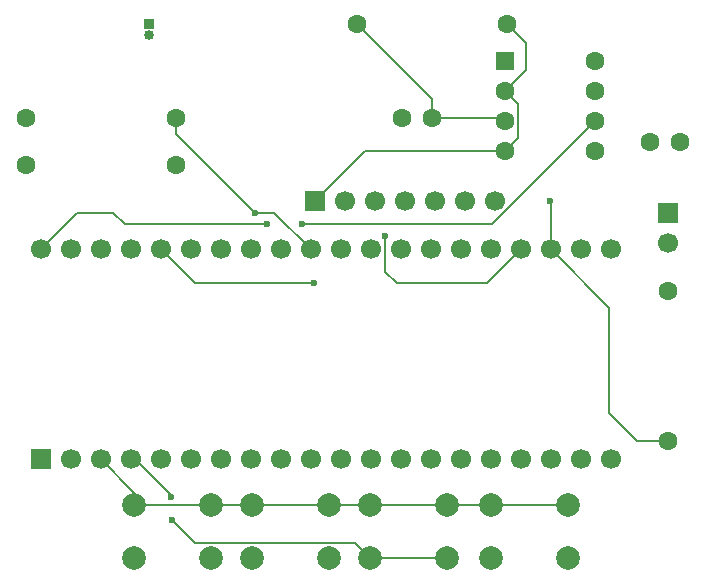
<source format=gbl>
%TF.GenerationSoftware,KiCad,Pcbnew,9.0.3*%
%TF.CreationDate,2025-07-14T11:38:29-07:00*%
%TF.ProjectId,ECE_299_ALARM,4543455f-3239-4395-9f41-4c41524d2e6b,1.0*%
%TF.SameCoordinates,Original*%
%TF.FileFunction,Copper,L2,Bot*%
%TF.FilePolarity,Positive*%
%FSLAX46Y46*%
G04 Gerber Fmt 4.6, Leading zero omitted, Abs format (unit mm)*
G04 Created by KiCad (PCBNEW 9.0.3) date 2025-07-14 11:38:29*
%MOMM*%
%LPD*%
G01*
G04 APERTURE LIST*
G04 Aperture macros list*
%AMRoundRect*
0 Rectangle with rounded corners*
0 $1 Rounding radius*
0 $2 $3 $4 $5 $6 $7 $8 $9 X,Y pos of 4 corners*
0 Add a 4 corners polygon primitive as box body*
4,1,4,$2,$3,$4,$5,$6,$7,$8,$9,$2,$3,0*
0 Add four circle primitives for the rounded corners*
1,1,$1+$1,$2,$3*
1,1,$1+$1,$4,$5*
1,1,$1+$1,$6,$7*
1,1,$1+$1,$8,$9*
0 Add four rect primitives between the rounded corners*
20,1,$1+$1,$2,$3,$4,$5,0*
20,1,$1+$1,$4,$5,$6,$7,0*
20,1,$1+$1,$6,$7,$8,$9,0*
20,1,$1+$1,$8,$9,$2,$3,0*%
G04 Aperture macros list end*
%TA.AperFunction,ComponentPad*%
%ADD10R,1.700000X1.700000*%
%TD*%
%TA.AperFunction,ComponentPad*%
%ADD11C,1.700000*%
%TD*%
%TA.AperFunction,ComponentPad*%
%ADD12C,2.000000*%
%TD*%
%TA.AperFunction,ComponentPad*%
%ADD13C,1.600000*%
%TD*%
%TA.AperFunction,ComponentPad*%
%ADD14R,0.850000X0.850000*%
%TD*%
%TA.AperFunction,ComponentPad*%
%ADD15C,0.850000*%
%TD*%
%TA.AperFunction,ComponentPad*%
%ADD16RoundRect,0.250000X-0.550000X-0.550000X0.550000X-0.550000X0.550000X0.550000X-0.550000X0.550000X0*%
%TD*%
%TA.AperFunction,ViaPad*%
%ADD17C,0.600000*%
%TD*%
%TA.AperFunction,Conductor*%
%ADD18C,0.200000*%
%TD*%
G04 APERTURE END LIST*
D10*
%TO.P,LS1,1,1*%
%TO.N,Net-(C2-Pad2)*%
X142000000Y-88000000D03*
D11*
%TO.P,LS1,2,2*%
%TO.N,Net-(LS1-Pad2)*%
X142000000Y-90540000D03*
%TD*%
D12*
%TO.P,SW2,1,1*%
%TO.N,GND*%
X106750000Y-112750000D03*
X113250000Y-112750000D03*
%TO.P,SW2,2,2*%
%TO.N,SW2*%
X106750000Y-117250000D03*
X113250000Y-117250000D03*
%TD*%
D13*
%TO.P,C1,1*%
%TO.N,Net-(U1-LOUT)*%
X119500000Y-80000000D03*
%TO.P,C1,2*%
%TO.N,Net-(U3-+)*%
X122000000Y-80000000D03*
%TD*%
D14*
%TO.P,AE1,1*%
%TO.N,Net-(U1-FMIN)*%
X98000000Y-72000000D03*
D15*
%TO.P,AE1,2*%
X98000000Y-73000000D03*
%TD*%
D16*
%TO.P,U3,1,GAIN*%
%TO.N,unconnected-(U3-GAIN-Pad1)*%
X128195000Y-75190000D03*
D13*
%TO.P,U3,2,-*%
%TO.N,GND*%
X128195000Y-77730000D03*
%TO.P,U3,3,+*%
%TO.N,Net-(U3-+)*%
X128195000Y-80270000D03*
%TO.P,U3,4,GND*%
%TO.N,GND*%
X128195000Y-82810000D03*
%TO.P,U3,5*%
%TO.N,Net-(C2-Pad1)*%
X135815000Y-82810000D03*
%TO.P,U3,6,V+*%
%TO.N,+5V*%
X135815000Y-80270000D03*
%TO.P,U3,7,BYPASS*%
%TO.N,unconnected-(U3-BYPASS-Pad7)*%
X135815000Y-77730000D03*
%TO.P,U3,8,GAIN*%
%TO.N,unconnected-(U3-GAIN-Pad8)*%
X135815000Y-75190000D03*
%TD*%
D12*
%TO.P,SW3,1,1*%
%TO.N,GND*%
X116750000Y-112750000D03*
X123250000Y-112750000D03*
%TO.P,SW3,2,2*%
%TO.N,SW3*%
X116750000Y-117250000D03*
X123250000Y-117250000D03*
%TD*%
%TO.P,SW1,1,1*%
%TO.N,GND*%
X96807950Y-112772844D03*
X103307950Y-112772844D03*
%TO.P,SW1,2,2*%
%TO.N,SW1*%
X96807950Y-117272844D03*
X103307950Y-117272844D03*
%TD*%
D13*
%TO.P,C2,1*%
%TO.N,Net-(C2-Pad1)*%
X140500000Y-82000000D03*
%TO.P,C2,2*%
%TO.N,Net-(C2-Pad2)*%
X143000000Y-82000000D03*
%TD*%
D10*
%TO.P,U2,1,GP0*%
%TO.N,SW1*%
X88870000Y-108890000D03*
D11*
%TO.P,U2,2,GP1*%
%TO.N,SW2*%
X91410000Y-108890000D03*
%TO.P,U2,3,GND*%
%TO.N,GND*%
X93950000Y-108890000D03*
%TO.P,U2,4,GP2*%
%TO.N,SW3*%
X96490000Y-108890000D03*
%TO.P,U2,5,GP3*%
%TO.N,SW4*%
X99030000Y-108890000D03*
%TO.P,U2,6,GP4*%
%TO.N,unconnected-(U2-GP4-Pad6)*%
X101570000Y-108890000D03*
%TO.P,U2,7,GP5*%
%TO.N,unconnected-(U2-GP5-Pad7)*%
X104110000Y-108890000D03*
%TO.P,U2,8,GND*%
%TO.N,unconnected-(U2-GND-Pad8)*%
X106650000Y-108890000D03*
%TO.P,U2,9,GP6*%
%TO.N,unconnected-(U2-GP6-Pad9)*%
X109190000Y-108890000D03*
%TO.P,U2,10,GP7*%
%TO.N,unconnected-(U2-GP7-Pad10)*%
X111730000Y-108890000D03*
%TO.P,U2,11,GP8*%
%TO.N,unconnected-(U2-GP8-Pad11)*%
X114270000Y-108890000D03*
%TO.P,U2,12,GP9*%
%TO.N,unconnected-(U2-GP9-Pad12)*%
X116810000Y-108890000D03*
%TO.P,U2,13,GND*%
%TO.N,unconnected-(U2-GND-Pad13)*%
X119350000Y-108890000D03*
%TO.P,U2,14,GP10*%
%TO.N,unconnected-(U2-GP10-Pad14)*%
X121890000Y-108890000D03*
%TO.P,U2,15,GP11*%
%TO.N,unconnected-(U2-GP11-Pad15)*%
X124430000Y-108890000D03*
%TO.P,U2,16,GP12*%
%TO.N,unconnected-(U2-GP12-Pad16)*%
X126970000Y-108890000D03*
%TO.P,U2,17,GP13*%
%TO.N,unconnected-(U2-GP13-Pad17)*%
X129510000Y-108890000D03*
%TO.P,U2,18,GND*%
%TO.N,unconnected-(U2-GND-Pad18)*%
X132050000Y-108890000D03*
%TO.P,U2,19,GP14*%
%TO.N,unconnected-(U2-GP14-Pad19)*%
X134590000Y-108890000D03*
%TO.P,U2,20,GP15*%
%TO.N,unconnected-(U2-GP15-Pad20)*%
X137130000Y-108890000D03*
%TO.P,U2,21,GP16*%
%TO.N,unconnected-(U2-GP16-Pad21)*%
X137130000Y-91110000D03*
%TO.P,U2,22,GP17*%
%TO.N,Net-(DISP1-CS)*%
X134590000Y-91110000D03*
%TO.P,U2,23,GND*%
%TO.N,GND*%
X132050000Y-91110000D03*
%TO.P,U2,24,GP18*%
%TO.N,Net-(DISP1-SCLK)*%
X129510000Y-91110000D03*
%TO.P,U2,25,GP19*%
%TO.N,Net-(DISP1-SDA)*%
X126970000Y-91110000D03*
%TO.P,U2,26,GP20*%
%TO.N,Net-(DISP1-DC)*%
X124430000Y-91110000D03*
%TO.P,U2,27,GP21*%
%TO.N,Net-(DISP1-RES)*%
X121890000Y-91110000D03*
%TO.P,U2,28,GND*%
%TO.N,unconnected-(U2-GND-Pad28)*%
X119350000Y-91110000D03*
%TO.P,U2,29,GP22*%
%TO.N,unconnected-(U2-GP22-Pad29)*%
X116810000Y-91110000D03*
%TO.P,U2,30,RUN*%
%TO.N,unconnected-(U2-RUN-Pad30)*%
X114270000Y-91110000D03*
%TO.P,U2,31,GP26/ADC0*%
%TO.N,Net-(U1-SCLK)*%
X111730000Y-91110000D03*
%TO.P,U2,32,GP27/ADC1*%
%TO.N,Net-(U1-SDIO)*%
X109190000Y-91110000D03*
%TO.P,U2,33,GND*%
%TO.N,unconnected-(U2-GND-Pad33)*%
X106650000Y-91110000D03*
%TO.P,U2,34,GP28/ADC2*%
%TO.N,unconnected-(U2-GP28{slash}ADC2-Pad34)*%
X104110000Y-91110000D03*
%TO.P,U2,35,ADC_VREF*%
%TO.N,unconnected-(U2-ADC_VREF-Pad35)*%
X101570000Y-91110000D03*
%TO.P,U2,36,3V3*%
%TO.N,+3.3V*%
X99030000Y-91110000D03*
%TO.P,U2,37,3V3_EN*%
%TO.N,unconnected-(U2-3V3_EN-Pad37)*%
X96490000Y-91110000D03*
%TO.P,U2,38,GND*%
%TO.N,unconnected-(U2-GND-Pad38)*%
X93950000Y-91110000D03*
%TO.P,U2,39,VSYS*%
%TO.N,unconnected-(U2-VSYS-Pad39)*%
X91410000Y-91110000D03*
%TO.P,U2,40,VBUS*%
%TO.N,+5V*%
X88870000Y-91110000D03*
%TD*%
D10*
%TO.P,DISP1,1,VSS/GND*%
%TO.N,GND*%
X112120000Y-87050000D03*
D11*
%TO.P,DISP1,2,VDD*%
%TO.N,+3.3V*%
X114660000Y-87050000D03*
%TO.P,DISP1,3,SCLK*%
%TO.N,Net-(DISP1-SCLK)*%
X117200000Y-87050000D03*
%TO.P,DISP1,4,SDA*%
%TO.N,Net-(DISP1-SDA)*%
X119740000Y-87050000D03*
%TO.P,DISP1,5,RES*%
%TO.N,Net-(DISP1-RES)*%
X122280000Y-87050000D03*
%TO.P,DISP1,6,DC*%
%TO.N,Net-(DISP1-DC)*%
X124820000Y-87050000D03*
%TO.P,DISP1,7,CS*%
%TO.N,Net-(DISP1-CS)*%
X127360000Y-87050000D03*
%TD*%
D12*
%TO.P,SW4,1,1*%
%TO.N,GND*%
X127000000Y-112750000D03*
X133500000Y-112750000D03*
%TO.P,SW4,2,2*%
%TO.N,SW4*%
X127000000Y-117250000D03*
X133500000Y-117250000D03*
%TD*%
D13*
%TO.P,R3,1*%
%TO.N,+3.3V*%
X87650000Y-84000000D03*
%TO.P,R3,2*%
%TO.N,Net-(U1-SDIO)*%
X100350000Y-84000000D03*
%TD*%
%TO.P,R2,1*%
%TO.N,Net-(LS1-Pad2)*%
X142000000Y-94650000D03*
%TO.P,R2,2*%
%TO.N,GND*%
X142000000Y-107350000D03*
%TD*%
%TO.P,R1,1*%
%TO.N,Net-(U3-+)*%
X115650000Y-72000000D03*
%TO.P,R1,2*%
%TO.N,GND*%
X128350000Y-72000000D03*
%TD*%
%TO.P,R4,1*%
%TO.N,+3.3V*%
X87650000Y-80000000D03*
%TO.P,R4,2*%
%TO.N,Net-(U1-SCLK)*%
X100350000Y-80000000D03*
%TD*%
D17*
%TO.N,GND*%
X132000000Y-87000000D03*
%TO.N,Net-(DISP1-SCLK)*%
X118000000Y-90000000D03*
%TO.N,+3.3V*%
X112000000Y-94000000D03*
%TO.N,Net-(U1-SCLK)*%
X107000000Y-88000000D03*
%TO.N,SW3*%
X100000000Y-114000000D03*
X99923342Y-112076658D03*
%TO.N,+5V*%
X111000000Y-89000000D03*
X108000000Y-89000000D03*
%TD*%
D18*
%TO.N,Net-(U3-+)*%
X122000000Y-78350000D02*
X115650000Y-72000000D01*
X122000000Y-80000000D02*
X127925000Y-80000000D01*
X122000000Y-80000000D02*
X122000000Y-78350000D01*
X127925000Y-80000000D02*
X128195000Y-80270000D01*
%TO.N,GND*%
X128350000Y-72000000D02*
X130000000Y-73650000D01*
X132000000Y-87000000D02*
X132050000Y-87050000D01*
X106727156Y-112772844D02*
X106750000Y-112750000D01*
X103307950Y-112772844D02*
X106727156Y-112772844D01*
X137000000Y-105000000D02*
X139350000Y-107350000D01*
X132050000Y-91110000D02*
X137000000Y-96060000D01*
X128195000Y-82810000D02*
X116360000Y-82810000D01*
X129296000Y-81709000D02*
X128195000Y-82810000D01*
X106750000Y-112750000D02*
X113250000Y-112750000D01*
X96807950Y-112772844D02*
X103307950Y-112772844D01*
X130000000Y-73650000D02*
X130000000Y-75925000D01*
X116750000Y-112750000D02*
X123250000Y-112750000D01*
X128195000Y-77730000D02*
X129296000Y-78831000D01*
X116360000Y-82810000D02*
X112120000Y-87050000D01*
X139350000Y-107350000D02*
X142000000Y-107350000D01*
X123250000Y-112750000D02*
X127000000Y-112750000D01*
X127000000Y-112750000D02*
X133500000Y-112750000D01*
X132050000Y-87050000D02*
X132050000Y-91110000D01*
X113250000Y-112750000D02*
X116750000Y-112750000D01*
X96807950Y-111747950D02*
X96807950Y-112772844D01*
X93950000Y-108890000D02*
X96807950Y-111747950D01*
X137000000Y-96060000D02*
X137000000Y-105000000D01*
X130000000Y-75925000D02*
X128195000Y-77730000D01*
X129296000Y-78831000D02*
X129296000Y-81709000D01*
%TO.N,Net-(DISP1-SCLK)*%
X119000000Y-94000000D02*
X126620000Y-94000000D01*
X118000000Y-90000000D02*
X118000000Y-93000000D01*
X118000000Y-93000000D02*
X119000000Y-94000000D01*
X126620000Y-94000000D02*
X129510000Y-91110000D01*
%TO.N,+3.3V*%
X99030000Y-91110000D02*
X101920000Y-94000000D01*
X101920000Y-94000000D02*
X112000000Y-94000000D01*
%TO.N,Net-(U1-SCLK)*%
X100350000Y-81350000D02*
X100350000Y-80000000D01*
X108620000Y-88000000D02*
X107000000Y-88000000D01*
X107000000Y-88000000D02*
X100350000Y-81350000D01*
X111730000Y-91110000D02*
X108620000Y-88000000D01*
%TO.N,SW3*%
X116750000Y-117250000D02*
X123250000Y-117250000D01*
X99923342Y-111923342D02*
X99923342Y-112076658D01*
X101949000Y-115949000D02*
X115449000Y-115949000D01*
X96890000Y-108890000D02*
X99923342Y-111923342D01*
X115449000Y-115949000D02*
X116750000Y-117250000D01*
X96490000Y-108890000D02*
X96890000Y-108890000D01*
X100000000Y-114000000D02*
X101949000Y-115949000D01*
%TO.N,+5V*%
X91980000Y-88000000D02*
X95000000Y-88000000D01*
X95000000Y-88000000D02*
X96000000Y-89000000D01*
X111000000Y-89000000D02*
X127085000Y-89000000D01*
X96000000Y-89000000D02*
X108000000Y-89000000D01*
X127085000Y-89000000D02*
X135815000Y-80270000D01*
X88870000Y-91110000D02*
X91980000Y-88000000D01*
%TD*%
M02*

</source>
